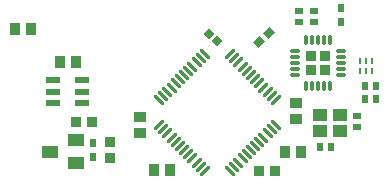
<source format=gtp>
G04*
G04 #@! TF.GenerationSoftware,Altium Limited,Altium Designer,22.10.1 (41)*
G04*
G04 Layer_Color=8421504*
%FSTAX24Y24*%
%MOIN*%
G70*
G04*
G04 #@! TF.SameCoordinates,87BD3A09-32BE-4FA1-A735-6A54E07DCED2*
G04*
G04*
G04 #@! TF.FilePolarity,Positive*
G04*
G01*
G75*
%ADD18R,0.0394X0.0354*%
%ADD19R,0.0098X0.0217*%
%ADD20R,0.0252X0.0236*%
%ADD21R,0.0354X0.0394*%
G04:AMPARAMS|DCode=22|XSize=31.9mil|YSize=10.2mil|CornerRadius=1.3mil|HoleSize=0mil|Usage=FLASHONLY|Rotation=0.000|XOffset=0mil|YOffset=0mil|HoleType=Round|Shape=RoundedRectangle|*
%AMROUNDEDRECTD22*
21,1,0.0319,0.0077,0,0,0.0*
21,1,0.0293,0.0102,0,0,0.0*
1,1,0.0026,0.0147,-0.0038*
1,1,0.0026,-0.0147,-0.0038*
1,1,0.0026,-0.0147,0.0038*
1,1,0.0026,0.0147,0.0038*
%
%ADD22ROUNDEDRECTD22*%
G04:AMPARAMS|DCode=23|XSize=31.9mil|YSize=10.2mil|CornerRadius=1.3mil|HoleSize=0mil|Usage=FLASHONLY|Rotation=90.000|XOffset=0mil|YOffset=0mil|HoleType=Round|Shape=RoundedRectangle|*
%AMROUNDEDRECTD23*
21,1,0.0319,0.0077,0,0,90.0*
21,1,0.0293,0.0102,0,0,90.0*
1,1,0.0026,0.0038,0.0147*
1,1,0.0026,0.0038,-0.0147*
1,1,0.0026,-0.0038,-0.0147*
1,1,0.0026,-0.0038,0.0147*
%
%ADD23ROUNDEDRECTD23*%
%ADD24R,0.0236X0.0252*%
%ADD25R,0.0236X0.0295*%
%ADD26R,0.0472X0.0394*%
G04:AMPARAMS|DCode=27|XSize=11.8mil|YSize=47.2mil|CornerRadius=0mil|HoleSize=0mil|Usage=FLASHONLY|Rotation=135.000|XOffset=0mil|YOffset=0mil|HoleType=Round|Shape=Round|*
%AMOVALD27*
21,1,0.0354,0.0118,0.0000,0.0000,225.0*
1,1,0.0118,0.0125,0.0125*
1,1,0.0118,-0.0125,-0.0125*
%
%ADD27OVALD27*%

G04:AMPARAMS|DCode=28|XSize=11.8mil|YSize=47.2mil|CornerRadius=0mil|HoleSize=0mil|Usage=FLASHONLY|Rotation=225.000|XOffset=0mil|YOffset=0mil|HoleType=Round|Shape=Round|*
%AMOVALD28*
21,1,0.0354,0.0118,0.0000,0.0000,315.0*
1,1,0.0118,-0.0125,0.0125*
1,1,0.0118,0.0125,-0.0125*
%
%ADD28OVALD28*%

%ADD29R,0.0335X0.0374*%
%ADD30R,0.0374X0.0335*%
%ADD31R,0.0551X0.0394*%
G04:AMPARAMS|DCode=32|XSize=47.6mil|YSize=23.2mil|CornerRadius=2.9mil|HoleSize=0mil|Usage=FLASHONLY|Rotation=0.000|XOffset=0mil|YOffset=0mil|HoleType=Round|Shape=RoundedRectangle|*
%AMROUNDEDRECTD32*
21,1,0.0476,0.0174,0,0,0.0*
21,1,0.0418,0.0232,0,0,0.0*
1,1,0.0058,0.0209,-0.0087*
1,1,0.0058,-0.0209,-0.0087*
1,1,0.0058,-0.0209,0.0087*
1,1,0.0058,0.0209,0.0087*
%
%ADD32ROUNDEDRECTD32*%
G04:AMPARAMS|DCode=33|XSize=23.6mil|YSize=29.5mil|CornerRadius=0mil|HoleSize=0mil|Usage=FLASHONLY|Rotation=315.000|XOffset=0mil|YOffset=0mil|HoleType=Round|Shape=Rectangle|*
%AMROTATEDRECTD33*
4,1,4,-0.0188,-0.0021,0.0021,0.0188,0.0188,0.0021,-0.0021,-0.0188,-0.0188,-0.0021,0.0*
%
%ADD33ROTATEDRECTD33*%

G04:AMPARAMS|DCode=34|XSize=25.2mil|YSize=23.6mil|CornerRadius=0mil|HoleSize=0mil|Usage=FLASHONLY|Rotation=45.000|XOffset=0mil|YOffset=0mil|HoleType=Round|Shape=Rectangle|*
%AMROTATEDRECTD34*
4,1,4,-0.0006,-0.0173,-0.0173,-0.0006,0.0006,0.0173,0.0173,0.0006,-0.0006,-0.0173,0.0*
%
%ADD34ROTATEDRECTD34*%

G36*
X017587Y008814D02*
X017264D01*
Y009137D01*
X017587D01*
Y008814D01*
D02*
G37*
G36*
Y009263D02*
X017264D01*
Y009586D01*
X017587D01*
Y009263D01*
D02*
G37*
G36*
X018036Y008814D02*
X017713D01*
Y009137D01*
X018036D01*
Y008814D01*
D02*
G37*
G36*
Y009263D02*
X017713D01*
Y009586D01*
X018036D01*
Y009263D01*
D02*
G37*
D18*
X0169Y007334D02*
D03*
Y007866D02*
D03*
X0117Y006884D02*
D03*
Y007416D02*
D03*
D19*
X019053Y008933D02*
D03*
Y009267D02*
D03*
X019447Y008933D02*
D03*
Y009267D02*
D03*
X01925Y008933D02*
D03*
Y009267D02*
D03*
D20*
X0175Y010577D02*
D03*
Y010923D02*
D03*
X017Y010577D02*
D03*
Y010923D02*
D03*
X01895Y007077D02*
D03*
Y007423D02*
D03*
D21*
X016534Y00625D02*
D03*
X017066D02*
D03*
X012184Y00565D02*
D03*
X012716D02*
D03*
X009034Y00925D02*
D03*
X009566D02*
D03*
X008066Y01035D02*
D03*
X007534D02*
D03*
D22*
X018418Y009594D02*
D03*
Y009397D02*
D03*
Y0092D02*
D03*
Y009003D02*
D03*
Y008806D02*
D03*
X016882D02*
D03*
Y009003D02*
D03*
Y0092D02*
D03*
Y009397D02*
D03*
Y009594D02*
D03*
D23*
X017256Y009968D02*
D03*
X017453D02*
D03*
X01765D02*
D03*
X017847D02*
D03*
X018044D02*
D03*
Y008432D02*
D03*
X017847D02*
D03*
X01765D02*
D03*
X017453D02*
D03*
X017256D02*
D03*
D24*
X019573Y00845D02*
D03*
X019227D02*
D03*
X019573Y008D02*
D03*
X019227D02*
D03*
X018073Y0064D02*
D03*
X017727D02*
D03*
D25*
X0184Y010574D02*
D03*
Y011026D02*
D03*
X01015Y006526D02*
D03*
Y006074D02*
D03*
D26*
X018385Y006944D02*
D03*
X017715D02*
D03*
Y007456D02*
D03*
X018385D02*
D03*
D27*
X013882Y005601D02*
D03*
X013743Y00574D02*
D03*
X013604Y00588D02*
D03*
X013465Y006019D02*
D03*
X013326Y006158D02*
D03*
X013186Y006297D02*
D03*
X013047Y006436D02*
D03*
X012908Y006576D02*
D03*
X012769Y006715D02*
D03*
X01263Y006854D02*
D03*
X01249Y006993D02*
D03*
X012351Y007132D02*
D03*
X014718Y009499D02*
D03*
X014857Y00936D02*
D03*
X014996Y00922D02*
D03*
X015135Y009081D02*
D03*
X015274Y008942D02*
D03*
X015414Y008803D02*
D03*
X015553Y008664D02*
D03*
X015692Y008524D02*
D03*
X015831Y008385D02*
D03*
X01597Y008246D02*
D03*
X01611Y008107D02*
D03*
X016249Y007968D02*
D03*
D28*
X012351D02*
D03*
X01249Y008107D02*
D03*
X01263Y008246D02*
D03*
X012769Y008385D02*
D03*
X012908Y008524D02*
D03*
X013047Y008664D02*
D03*
X013186Y008803D02*
D03*
X013326Y008942D02*
D03*
X013465Y009081D02*
D03*
X013604Y00922D02*
D03*
X013743Y00936D02*
D03*
X013882Y009499D02*
D03*
X016249Y007132D02*
D03*
X01611Y006993D02*
D03*
X01597Y006854D02*
D03*
X015831Y006715D02*
D03*
X015692Y006576D02*
D03*
X015553Y006436D02*
D03*
X015414Y006297D02*
D03*
X015274Y006158D02*
D03*
X015135Y006019D02*
D03*
X014996Y00588D02*
D03*
X014857Y00574D02*
D03*
X014718Y005601D02*
D03*
D29*
X016206Y0056D02*
D03*
X015694D02*
D03*
X010106Y00725D02*
D03*
X009594D02*
D03*
D30*
X0107Y006556D02*
D03*
Y006044D02*
D03*
D31*
X009583Y005876D02*
D03*
Y006624D02*
D03*
X008717Y00625D02*
D03*
D32*
X008806Y008624D02*
D03*
X009794D02*
D03*
Y00825D02*
D03*
Y007876D02*
D03*
X008806D02*
D03*
Y00825D02*
D03*
D33*
X01601Y01021D02*
D03*
X01569Y00989D02*
D03*
D34*
X014272Y009928D02*
D03*
X014028Y010172D02*
D03*
M02*

</source>
